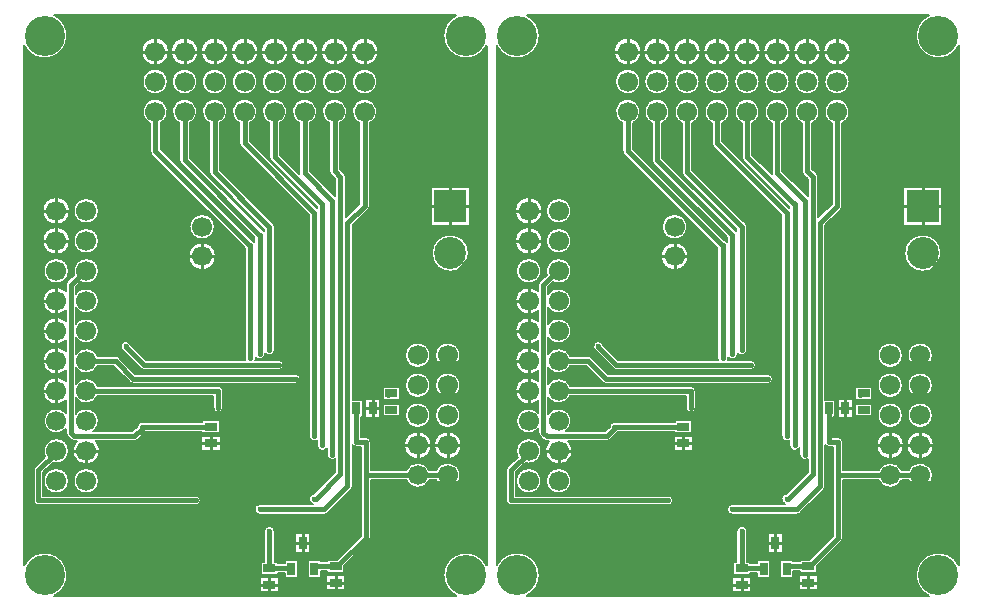
<source format=gbl>
G04 EasyPC Gerber Version 21.0.3 Build 4286 *
G04 #@! TF.Part,Single*
G04 #@! TF.FileFunction,Copper,L2,Bot *
G04 #@! TF.FilePolarity,Positive *
%FSLAX45Y45*%
%MOIN*%
G04 #@! TA.AperFunction,SMDPad*
%ADD25R,0.02559X0.03937*%
%ADD114R,0.02559X0.04134*%
G04 #@! TA.AperFunction,ComponentPad*
%ADD95R,0.10630X0.10630*%
G04 #@! TD.AperFunction*
%ADD70C,0.00500*%
%ADD71C,0.01000*%
%ADD78C,0.01500*%
%ADD22C,0.01575*%
G04 #@! TA.AperFunction,ViaPad*
%ADD77C,0.02362*%
G04 #@! TA.AperFunction,ComponentPad*
%ADD74C,0.06693*%
%ADD96C,0.10630*%
G04 #@! TA.AperFunction,WasherPad*
%ADD91C,0.13386*%
G04 #@! TA.AperFunction,SMDPad*
%ADD26R,0.03937X0.02559*%
X0Y0D02*
D02*
D70*
X178726Y197191D02*
G75*
G02X164331Y200476I-6823J3286D01*
G01*
G75*
G02X168618Y207299I7573*
G01*
X34700*
G75*
G02X38987Y200476I-3286J-6823*
G01*
G75*
G02X24608Y197155I-7573*
G01*
Y23956*
G75*
G02X38987Y20634I6806J-3322*
G01*
G75*
G02X34700Y13811I-7573*
G01*
X168618*
G75*
G02X164331Y20634I3286J6823*
G01*
G75*
G02X178726Y23920I7573*
G01*
Y197191*
X114772Y87687D02*
G75*
G02X116791Y86057I351J-1630D01*
G01*
G75*
G02X114772Y84427I-1667*
G01*
X61028*
G75*
G02X59874Y84906J1630*
G01*
X54317Y90463*
X49189*
G75*
G02X41762Y89765I-3900J1630*
G01*
Y84420*
G75*
G02X49189Y83722I3528J-2328*
G01*
X89315*
G75*
G02X90945Y82093J-1630*
G01*
Y76863*
G75*
G02X90982Y76511I-1630J-351*
G01*
G75*
G02X87648I-1667*
G01*
G75*
G02X87685Y76863I1667*
G01*
Y80463*
X49189*
G75*
G02X41762Y79765I-3900J1630*
G01*
Y74420*
G75*
G02X49516Y72093I3528J-2328*
G01*
G75*
G02X47715Y68632I-4226J0*
G01*
X60707*
X62262Y70187*
G75*
G02X63892Y71781I1630J-36*
G01*
X84035*
Y72311*
X89732*
Y67992*
X84035*
Y68522*
X65187*
G75*
G02X65043Y68358I-1296J992*
G01*
X62536Y65851*
G75*
G02X61382Y65372I-1154J1151*
G01*
X48510*
G75*
G02X45289Y57496I-3220J-3280*
G01*
G75*
G02X42069Y65372J4596*
G01*
X41287*
G75*
G02X40131Y65850I-4J1630*
G01*
X38980Y67001*
G75*
G02X38502Y68154I1152J1153*
G01*
G75*
G02Y68157I1008J2*
G01*
Y69346*
G75*
G02X31063Y72093I-3213J2746*
G01*
G75*
G02X38502Y74839I4226*
G01*
Y78805*
G75*
G02X30693Y82093I-3213J3287*
G01*
G75*
G02X38502Y85380I4596*
G01*
Y88805*
G75*
G02X30693Y92093I-3213J3287*
G01*
G75*
G02X38502Y95380I4596*
G01*
Y98805*
G75*
G02X30693Y102093I-3213J3287*
G01*
G75*
G02X38502Y105380I4596*
G01*
Y108805*
G75*
G02X30693Y112093I-3213J3287*
G01*
G75*
G02X38502Y115380I4596*
G01*
Y117425*
G75*
G02X38981Y118579I1630*
G01*
X41250Y120848*
G75*
G02X45289Y126319I4039J1244*
G01*
G75*
G02Y117866J-4226*
G01*
G75*
G02X43350Y118338I0J4226*
G01*
X41762Y116750*
Y114420*
G75*
G02X49516Y112093I3528J-2328*
G01*
G75*
G02X41762Y109765I-4226*
G01*
Y104420*
G75*
G02X49516Y102093I3528J-2328*
G01*
G75*
G02X41762Y99765I-4226*
G01*
Y94420*
G75*
G02X49189Y93722I3528J-2328*
G01*
X55161*
G75*
G02X56663Y92727J-1630*
G01*
X61703Y87687*
X114772*
X161889Y55580D02*
G75*
G02X170015Y53950I3900J-1630D01*
G01*
G75*
G02X161889Y52320I-4226*
G01*
X159689*
G75*
G02X151889I-3900J1630*
G01*
X140079*
Y33134*
G75*
G02X139600Y31980I-1630*
G01*
X131327Y23707*
Y21516*
X125630*
Y22045*
X123404*
Y19783*
X119085*
Y25677*
X123404*
Y25305*
X125630*
Y25835*
X128844*
X136819Y33809*
Y63472*
X135260*
G75*
G02X134114Y63943J1630*
G01*
Y50270*
G75*
G02X133590Y49005I-1787*
G01*
X125903Y41328*
G75*
G02X124639Y40805I-1263J1265*
G01*
X103163*
G75*
G02Y44380J1787*
G01*
X120722*
G75*
G02X120997Y47826I591J1687*
G01*
X128266Y55095*
Y59352*
G75*
G02X125520Y60860I-959J1509*
G01*
Y62988*
G75*
G02X122203Y63913I-1530J925*
G01*
Y65493*
G75*
G02X119560Y67063I-855J1570*
G01*
Y140769*
X96803Y163526*
G75*
G02X96278Y164793I1262J1266*
G01*
Y171358*
G75*
G02X98065Y179414I1787J3830*
G01*
G75*
G02X99852Y171358J-4226*
G01*
Y165533*
X122203Y143183*
Y143388*
G75*
G02X122193Y143398I1237J1247*
G01*
X106803Y158787*
G75*
G02X106278Y160053I1262J1266*
G01*
Y171371*
G75*
G02X108065Y179427I1787J3830*
G01*
G75*
G02X109852Y171371J-4226*
G01*
Y160794*
X116322Y154324*
G75*
G02X116278Y154719I1743J394*
G01*
G75*
G02Y154722I641J2*
G01*
Y171358*
G75*
G02X118065Y179414I1787J3830*
G01*
G75*
G02X119852Y171358J-4226*
G01*
Y155459*
X128266Y147046*
Y152580*
X126811Y154035*
G75*
G02X126287Y155299I1264J1264*
G01*
G75*
G02Y155300I635J0*
G01*
G75*
G02Y155302I641J1*
G01*
Y171354*
G75*
G02X128065Y179414I1778J3834*
G01*
G75*
G02X129862Y171363J-4226*
G01*
Y156040*
X131317Y154585*
G75*
G02X131841Y153321I-1264J-1264*
G01*
G75*
G02Y153320I-635J0*
G01*
G75*
G02Y153318I-641J-1*
G01*
Y140097*
X136278Y144534*
Y171358*
G75*
G02X138065Y179414I1787J3830*
G01*
G75*
G02X139852Y171358J-4226*
G01*
Y143796*
G75*
G02Y143794I-651J-1*
G01*
G75*
G02Y143793I-663J0*
G01*
G75*
G02X139329Y142530I-1787*
G01*
X134114Y137315*
Y79102*
X137419*
Y73406*
X136890*
Y66732*
X138449*
G75*
G02X140079Y65102J-1630*
G01*
Y55580*
X151889*
G75*
G02X159689I3900J-1630*
G01*
X161889*
X138281Y79472D02*
X143341D01*
Y73035*
X138281*
Y79472*
X125260Y20654D02*
X131697D01*
Y15594*
X125260*
Y20654*
X111526Y25677D02*
X115844D01*
Y19783*
X111526*
Y21396*
X109201*
Y20866*
X103504*
Y25185*
X104565*
Y35309*
G75*
G02X108140I1787*
G01*
Y25185*
X109201*
Y24656*
X111526*
Y25677*
X114935Y34709D02*
X119994D01*
Y28075*
X114935*
Y34709*
X103134Y20004D02*
X109571D01*
Y14945*
X103134*
Y20004*
X83665Y67130D02*
X90102D01*
Y62071*
X83665*
Y67130*
X41063Y52093D02*
G75*
G02X49516I4226D01*
G01*
G75*
G02X41063I-4226*
G01*
X81402Y47195D02*
G75*
G02X83421Y45565I351J-1630D01*
G01*
G75*
G02X81402Y43935I-1667*
G01*
X29364*
G75*
G02X27734Y45565J1630*
G01*
Y55565*
G75*
G02X28213Y56719I1630*
G01*
X31573Y60079*
G75*
G02X35289Y66319I3716J2013*
G01*
G75*
G02Y57866J-4226*
G01*
G75*
G02X34132Y58028I0J4227*
G01*
X30994Y54890*
Y47195*
X81402*
X31063Y52093D02*
G75*
G02X39516I4226D01*
G01*
G75*
G02X31063I-4226*
G01*
X41063Y132093D02*
G75*
G02X49516I4226D01*
G01*
G75*
G02X41063I-4226*
G01*
Y142093D02*
G75*
G02X49516I4226D01*
G01*
G75*
G02X41063I-4226*
G01*
X109111Y92333D02*
G75*
G02X111130Y90703I351J-1630D01*
G01*
G75*
G02X109111Y89073I-1667*
G01*
X64492*
G75*
G02X63338Y89552J1630*
G01*
X57337Y95553*
G75*
G02X56860Y96633I1151J1154*
G01*
G75*
G02X60106Y97393I1628J359*
G01*
X65167Y92333*
X98331*
G75*
G02X98226Y92937I1682J604*
G01*
Y129569*
X67016Y160858*
G75*
G02X66494Y162120I1265J1262*
G01*
Y171371*
G75*
G02X68281Y179427I1787J3830*
G01*
G75*
G02X70069Y171371J-4226*
G01*
Y162859*
X100525Y132327*
G75*
G02X101376Y131772I-511J-1713*
G01*
Y133404*
X76806Y157839*
G75*
G02X76278Y159108I1259J1269*
G01*
Y171371*
G75*
G02X78065Y179427I1787J3830*
G01*
G75*
G02X79852Y171371J-4226*
G01*
Y159852*
X104422Y135417*
G75*
G02X104526Y135304I-1259J-1270*
G01*
Y136045*
X104381Y136189*
X86804Y153698*
G75*
G02X86278Y154965I1262J1267*
G01*
Y171358*
G75*
G02X88065Y179414I1787J3830*
G01*
G75*
G02X89852Y171358J-4226*
G01*
Y155707*
X106905Y138721*
G75*
G02X106908Y138718I-621J-624*
G01*
X107576Y138050*
G75*
G02X108100Y136785I-1263J-1265*
G01*
Y95654*
G75*
G02X104950Y94497I-1787*
G01*
Y94285*
G75*
G02X101801Y93128I-1787*
G01*
Y92937*
G75*
G02X101696Y92333I-1787J0*
G01*
X109111*
X79325Y126943D02*
G75*
G02X88518I4596D01*
G01*
G75*
G02X79325I-4596*
G01*
X79695Y136785D02*
G75*
G02X88148I4226D01*
G01*
G75*
G02X79695I-4226*
G01*
X63685Y195201D02*
G75*
G02X72878I4596D01*
G01*
G75*
G02X63685I-4596*
G01*
X64055Y185201D02*
G75*
G02X72508I4226D01*
G01*
G75*
G02X64055I-4226*
G01*
X73469Y195201D02*
G75*
G02X82661I4596D01*
G01*
G75*
G02X73469I-4596*
G01*
X73839Y185201D02*
G75*
G02X82291I4226D01*
G01*
G75*
G02X73839I-4226*
G01*
X83469Y195188D02*
G75*
G02X92661I4596D01*
G01*
G75*
G02X83469I-4596*
G01*
X83839Y185188D02*
G75*
G02X92291I4226D01*
G01*
G75*
G02X83839I-4226*
G01*
X93469Y195188D02*
G75*
G02X102661I4596D01*
G01*
G75*
G02X93469I-4596*
G01*
X93839Y185188D02*
G75*
G02X102291I4226D01*
G01*
G75*
G02X93839I-4226*
G01*
X103469Y195201D02*
G75*
G02X112661I4596D01*
G01*
G75*
G02X103469I-4596*
G01*
X103839Y185201D02*
G75*
G02X112291I4226D01*
G01*
G75*
G02X103839I-4226*
G01*
X113469Y195188D02*
G75*
G02X122661I4596D01*
G01*
G75*
G02X113469I-4596*
G01*
X113839Y185188D02*
G75*
G02X122291I4226D01*
G01*
G75*
G02X113839I-4226*
G01*
X123469Y195188D02*
G75*
G02X132661I4596D01*
G01*
G75*
G02X123469I-4596*
G01*
X123839Y185188D02*
G75*
G02X132291I4226D01*
G01*
G75*
G02X123839I-4226*
G01*
X133469Y195188D02*
G75*
G02X142661I4596D01*
G01*
G75*
G02X133469I-4596*
G01*
X133839Y185188D02*
G75*
G02X142291I4226D01*
G01*
G75*
G02X133839I-4226*
G01*
X144124Y77862D02*
X149821D01*
Y73543*
X144124*
Y77862*
Y83413D02*
X149821D01*
Y79094*
X144124*
Y83413*
X151193Y63950D02*
G75*
G02X160385I4596D01*
G01*
G75*
G02X151193I-4596*
G01*
X151563Y73950D02*
G75*
G02X160015I4226D01*
G01*
G75*
G02X151563I-4226*
G01*
Y83950D02*
G75*
G02X160015I4226D01*
G01*
G75*
G02X151563I-4226*
G01*
Y93950D02*
G75*
G02X160015I4226D01*
G01*
G75*
G02X151563I-4226*
G01*
X160093Y150132D02*
X173222D01*
Y137002*
X160093*
Y150132*
X160463Y127976D02*
G75*
G02X172852I6195D01*
G01*
G75*
G02X160463I-6195*
G01*
X161193Y63950D02*
G75*
G02X170385I4596D01*
G01*
G75*
G02X161193I-4596*
G01*
X161563Y73950D02*
G75*
G02X170015I4226D01*
G01*
G75*
G02X161563I-4226*
G01*
Y83950D02*
G75*
G02X170015I4226D01*
G01*
G75*
G02X161563I-4226*
G01*
Y93950D02*
G75*
G02X170015I4226D01*
G01*
G75*
G02X161563I-4226*
G01*
X30693Y132093D02*
G75*
G02X39886I4596D01*
G01*
G75*
G02X30693I-4596*
G01*
X31063Y122093D02*
G75*
G02X39516I4226D01*
G01*
G75*
G02X31063I-4226*
G01*
X30693Y142093D02*
G75*
G02X39886I4596D01*
G01*
G75*
G02X30693I-4596*
G01*
X164759Y18124D02*
G36*
X131697D01*
Y15594*
X125260*
Y18124*
X109571*
Y14945*
X103134*
Y18124*
X38559*
G75*
G02X35175Y14061I-7145J2510*
G01*
X168143*
G75*
G02X164759Y18124I3761J6573*
G01*
G37*
X178476Y24395D02*
G36*
Y28440D01*
X136060*
X131327Y23707*
Y21516*
X125630*
Y22045*
X123404*
Y19783*
X119085*
Y25677*
X123404*
Y25305*
X125630*
Y25835*
X128844*
X131450Y28440*
X119994*
Y28075*
X114935*
Y28440*
X108140*
Y25185*
X109201*
Y24656*
X111526*
Y25677*
X115844*
Y19783*
X111526*
Y21396*
X109201*
Y20866*
X103504*
Y25185*
X104565*
Y28440*
X24858*
Y24425*
G75*
G02X38987Y20634I6556J-3791*
G01*
G75*
G02X38559Y18124I-7573*
G01*
X103134*
Y20004*
X109571*
Y18124*
X125260*
Y20654*
X131697*
Y18124*
X164759*
G75*
G02X164331Y20634I7145J2510*
G01*
G75*
G02X178476Y24395I7573*
G01*
G37*
X136819Y52093D02*
G36*
X134114D01*
Y50270*
G75*
G02Y50269I-2148J0*
G01*
G75*
G02X133590Y49005I-1785*
G01*
X125903Y41328*
G75*
G02X124639Y40805I-1263J1265*
G01*
X103163*
G75*
G02X101376Y42593J1787*
G01*
G75*
G02X103163Y44380I1787*
G01*
X120722*
G75*
G02X119526Y46067I591J1687*
G01*
G75*
G02X120997Y47826I1787*
G01*
X125263Y52093*
X49516*
G75*
G02X41063I-4226*
G01*
X39516*
G75*
G02X31063I-4226*
G01*
X30994*
Y47195*
X81402*
G75*
G02X83421Y45565I352J-1630*
G01*
Y45565*
Y45565*
G75*
G02X81402Y43935I-1667*
G01*
X29364*
G75*
G02X27734Y45565J1630*
G01*
Y52093*
X24858*
Y28440*
X104565*
Y35309*
G75*
G02X108140I1787*
G01*
Y28440*
X114935*
Y34709*
X119994*
Y28440*
X131450*
X136819Y33809*
Y52093*
G37*
X169585D02*
G36*
G75*
G02X161993I-3796J1857D01*
G01*
X159585*
G75*
G02X151993I-3796J1858*
G01*
X140079*
Y33134*
Y33133*
G75*
G02X139600Y31980I-1629*
G01*
X136060Y28440*
X178476*
Y52093*
X169585*
G37*
X31887Y64600D02*
G36*
X24858D01*
Y52093*
X27734*
Y55565*
Y55565*
G75*
G02X28213Y56719I1629*
G01*
X31573Y60079*
G75*
G02X31063Y62093I3715J2014*
G01*
G75*
G02X31887Y64600I4226*
G01*
G37*
X122203D02*
G36*
X90102D01*
Y62071*
X83665*
Y64600*
X49141*
G75*
G02X49886Y62093I-3852J-2508*
G01*
G75*
G02X45289Y57496I-4596*
G01*
G75*
G02X40693Y62093J4596*
G01*
G75*
G02X41437Y64600I4597*
G01*
X38691*
G75*
G02X39516Y62093I-3402J-2508*
G01*
G75*
G02X35289Y57866I-4226*
G01*
G75*
G02X34132Y58028I0J4232*
G01*
X30994Y54890*
Y52093*
X31063*
G75*
G02X39516I4226*
G01*
X41063*
G75*
G02X49516I4226*
G01*
X125263*
X128266Y55095*
Y59352*
G75*
G02X125520Y60860I-959J1509*
G01*
Y62988*
G75*
G02X122203Y63913I-1530J925*
G01*
Y64600*
G37*
X136819Y52093D02*
G36*
Y63472D01*
X135260*
G75*
G02X134114Y63943I-1J1628*
G01*
Y52093*
X136819*
G37*
X151993D02*
G36*
G75*
G02X151889Y52320I3796J1855D01*
G01*
X140079*
Y52093*
X151993*
G37*
X169585D02*
G36*
X178476D01*
Y64600*
X170339*
G75*
G02X170385Y63950I-4551J-649*
G01*
G75*
G02X161193I-4596*
G01*
G75*
G02X161239Y64600I4597J1*
G01*
X160339*
G75*
G02X160385Y63950I-4551J-649*
G01*
G75*
G02X151193I-4596*
G01*
G75*
G02X151239Y64600I4597J1*
G01*
X140079*
Y55580*
X151889*
G75*
G02X159689I3900J-1630*
G01*
X161889*
G75*
G02X170015Y53951I3900J-1630*
G01*
Y53950*
Y53950*
G75*
G02X169585Y52093I-4226J0*
G01*
G37*
X161993D02*
G36*
G75*
G02X161889Y52320I3796J1855D01*
G01*
X159689*
G75*
G02X159585Y52093I-3900J1627*
G01*
X161993*
G37*
X41437Y64600D02*
G36*
G75*
G02X42069Y65372I3852J-2508D01*
G01*
X41287*
G75*
G02X40131Y65850I-4J1629*
G01*
X38980Y67001*
G75*
G02X38502Y68153I1151J1152*
G01*
Y68154*
Y68154*
Y68157*
Y69346*
G75*
G02X31063Y72092I-3213J2746*
G01*
Y72093*
Y72093*
G75*
G02X34550Y76254I4226*
G01*
X24858*
Y64600*
X31887*
G75*
G02X35289Y66319I3402J-2508*
G01*
G75*
G02X38691Y64600J-4226*
G01*
X41437*
G37*
X38502Y76254D02*
G36*
X36028D01*
G75*
G02X38502Y74839I-739J-4161*
G01*
Y76254*
G37*
X44550D02*
G36*
X41762D01*
Y74420*
G75*
G02X44550Y76254I3528J-2328*
G01*
G37*
X122203Y64600D02*
G36*
Y65493D01*
G75*
G02X119560Y67062I-856J1569*
G01*
Y67063*
Y76254*
X90962*
G75*
G02X87668I-1647J257*
G01*
X46028*
G75*
G02X49516Y72093I-739J-4161*
G01*
G75*
G02X47715Y68632I-4228J1*
G01*
X60707*
X62262Y70187*
G75*
G02X63892Y71781I1630J-36*
G01*
X84035*
Y72311*
X89732*
Y67992*
X84035*
Y68522*
X65187*
G75*
G02X65043Y68358I-1352J1041*
G01*
X62536Y65851*
G75*
G02X61382Y65372I-1154J1150*
G01*
X48510*
G75*
G02X49141Y64600I-3220J-3280*
G01*
X83665*
Y67130*
X90102*
Y64600*
X122203*
G37*
X149821Y76254D02*
G36*
Y73543D01*
X144124*
Y76254*
X143341*
Y73035*
X138281*
Y76254*
X137419*
Y73406*
X136890*
Y66732*
X138449*
G75*
G02X140079Y65102J-1630*
G01*
Y64600*
X151239*
G75*
G02X160339I4550J-650*
G01*
X161239*
G75*
G02X170339I4550J-650*
G01*
X178476*
Y76254*
X169332*
G75*
G02X170015Y73950I-3543J-2304*
G01*
G75*
G02X161563I-4226*
G01*
G75*
G02X162246Y76254I4226J0*
G01*
X159332*
G75*
G02X160015Y73950I-3543J-2304*
G01*
G75*
G02X151563I-4226*
G01*
G75*
G02X152246Y76254I4226J0*
G01*
X149821*
G37*
X30770Y81254D02*
G36*
X24858D01*
Y76254*
X34550*
G75*
G02X36028I739J-4161*
G01*
X38502*
Y78805*
G75*
G02X30770Y81254I-3213J3287*
G01*
G37*
X87668Y76254D02*
G36*
G75*
G02X87648Y76511I1647J258D01*
G01*
G75*
G02X87685Y76863I1677J-1*
G01*
Y80463*
X49189*
G75*
G02X41762Y79765I-3900J1630*
G01*
Y76254*
X44550*
G75*
G02X46028I739J-4161*
G01*
X87668*
G37*
X119560D02*
G36*
Y81254D01*
X90945*
Y76863*
G75*
G02X90982Y76511I-1639J-352*
G01*
G75*
G02X90962Y76254I-1667J0*
G01*
X119560*
G37*
X169043Y81254D02*
G36*
G75*
G02X162535I-3254J2696D01*
G01*
X159043*
G75*
G02X152535I-3254J2696*
G01*
X149821*
Y79094*
X144124*
Y81254*
X134114*
Y79102*
X137419*
Y76254*
X138281*
Y79472*
X143341*
Y76254*
X144124*
Y77862*
X149821*
Y76254*
X152246*
G75*
G02X159332I3543J-2304*
G01*
X162246*
G75*
G02X169332I3543J-2304*
G01*
X178476*
Y81254*
X169043*
G37*
X30770D02*
G36*
G75*
G02X30693Y82092I4519J839D01*
G01*
Y82093*
G75*
G02X38502Y85380I4596J0*
G01*
Y88805*
G75*
G02X30696Y91907I-3213J3287*
G01*
X24858*
Y81254*
X30770*
G37*
X119560Y91907D02*
G36*
X110615D01*
G75*
G02X111130Y90703I-1152J-1204*
G01*
Y90703*
Y90702*
G75*
G02X109111Y89073I-1667*
G01*
X64492*
G75*
G02X63338Y89552I0J1629*
G01*
X60982Y91907*
X57482*
X61703Y87687*
X114772*
G75*
G02X116791Y86057I352J-1630*
G01*
Y86057*
Y86057*
G75*
G02X114772Y84427I-1667*
G01*
X61028*
G75*
G02X59874Y84906I0J1629*
G01*
X54317Y90463*
X49189*
G75*
G02X41762Y89765I-3900J1630*
G01*
Y84420*
G75*
G02X49189Y83722I3528J-2328*
G01*
X89315*
G75*
G02X90945Y82093J-1630*
G01*
Y81254*
X119560*
Y91907*
G37*
X169489D02*
G36*
G75*
G02X162089I-3700J2043D01*
G01*
X159489*
G75*
G02X152089I-3700J2043*
G01*
X134114*
Y81254*
X144124*
Y83413*
X149821*
Y81254*
X152535*
G75*
G02X151563Y83950I3254J2696*
G01*
G75*
G02X160015I4226*
G01*
G75*
G02X159043Y81254I-4226*
G01*
X162535*
G75*
G02X161563Y83950I3254J2696*
G01*
G75*
G02X170015I4226*
G01*
G75*
G02X169043Y81254I-4226*
G01*
X178476*
Y91907*
X169489*
G37*
X30696D02*
G36*
G75*
G02X30693Y92092I4593J180D01*
G01*
Y92093*
G75*
G02X38502Y95380I4596J0*
G01*
Y98805*
G75*
G02X30693Y102092I-3213J3287*
G01*
Y102093*
G75*
G02X38502Y105380I4596J0*
G01*
Y108805*
G75*
G02X30693Y112092I-3213J3287*
G01*
Y112093*
G75*
G02X38502Y115380I4596J0*
G01*
Y117425*
Y117426*
G75*
G02X38981Y118579I1629*
G01*
X41250Y120848*
G75*
G02X41063Y122093I4039J1244*
G01*
X39516*
G75*
G02X31063I-4226*
G01*
X24858*
Y91907*
X30696*
G37*
X60982D02*
G36*
X57337Y95553D01*
G75*
G02X56860Y96633I1154J1155*
G01*
G75*
G02X56821Y96992I1629J359*
G01*
G75*
G02X60106Y97393I1667*
G01*
X65167Y92333*
X98331*
G75*
G02X98226Y92936I1678J603*
G01*
G75*
G02Y92937I1991J1*
G01*
Y122093*
X49516*
G75*
G02X45289Y117866I-4226*
G01*
G75*
G02X43350Y118338I1J4228*
G01*
X41762Y116750*
Y114420*
G75*
G02X49516Y112093I3528J-2328*
G01*
G75*
G02X41762Y109765I-4226*
G01*
Y104420*
G75*
G02X49516Y102093I3528J-2328*
G01*
G75*
G02X41762Y99765I-4226*
G01*
Y94420*
G75*
G02X49189Y93722I3528J-2328*
G01*
X55161*
G75*
G02X56663Y92727I0J-1631*
G01*
X57482Y91907*
X60982*
G37*
X119560Y122093D02*
G36*
X108100D01*
Y95654*
G75*
G02X104950Y94497I-1787*
G01*
Y94285*
G75*
G02X101801Y93128I-1787*
G01*
Y92937*
G75*
G02Y92936I-1991J0*
G01*
G75*
G02X101696Y92333I-1783*
G01*
X109111*
G75*
G02X110615Y91907I351J-1630*
G01*
X119560*
Y122093*
G37*
X168596D02*
G36*
G75*
G02X164719I-1938J5884D01*
G01*
X134114*
Y91907*
X152089*
G75*
G02X151563Y93950I3700J2043*
G01*
G75*
G02X160015I4226*
G01*
G75*
G02X159489Y91907I-4226J0*
G01*
X162089*
G75*
G02X161563Y93950I3700J2043*
G01*
G75*
G02X170015I4226*
G01*
G75*
G02X169489Y91907I-4226J0*
G01*
X178476*
Y122093*
X168596*
G37*
X98226Y126943D02*
G36*
X88518D01*
G75*
G02X79325I-4596*
G01*
X24858*
Y122093*
X31063*
G75*
G02X39516I4226*
G01*
X41063*
G75*
G02X45289Y126319I4226*
G01*
G75*
G02X49516Y122093J-4226*
G01*
X98226*
Y126943*
G37*
X119560D02*
G36*
X108100D01*
Y122093*
X119560*
Y126943*
G37*
X160550D02*
G36*
X134114D01*
Y122093*
X164719*
G75*
G02X160550Y126943I1939J5884*
G01*
G37*
X172765D02*
G36*
G75*
G02X168596Y122093I-6108J1033D01*
G01*
X178476*
Y126943*
X172765*
G37*
X98226D02*
G36*
Y129569D01*
X95709Y132093*
X49516*
G75*
G02X41063I-4226*
G01*
X39886*
G75*
G02X30693I-4596*
G01*
X24858*
Y126943*
X79325*
G75*
G02X88518I4596*
G01*
X98226*
G37*
X101376Y132093D02*
G36*
X101019D01*
G75*
G02X101376Y131772I-1004J-1476*
G01*
Y132093*
G37*
X119560D02*
G36*
X108100D01*
Y126943*
X119560*
Y132093*
G37*
X160550Y126943D02*
G36*
G75*
G02X160463Y127976I6108J1035D01*
G01*
G75*
G02X162028Y132093I6195J0*
G01*
X134114*
Y126943*
X160550*
G37*
X172765D02*
G36*
X178476D01*
Y132093*
X171287*
G75*
G02X172852Y127976I-4630J-4117*
G01*
G75*
G02X172765Y126943I-6195J1*
G01*
G37*
X95709Y132093D02*
G36*
X91028Y136785D01*
X88148*
G75*
G02X79695I-4226*
G01*
X24858*
Y132093*
X30693*
G75*
G02X39886I4596*
G01*
X41063*
G75*
G02X49516I4226*
G01*
X95709*
G37*
X101376D02*
G36*
Y133404D01*
X97976Y136785*
X96078*
X100525Y132327*
G75*
G02X101019Y132093I-509J-1710*
G01*
X101376*
G37*
X103783Y136785D02*
G36*
X103045D01*
X104422Y135417*
G75*
G02X104526Y135304I-1345J-1350*
G01*
Y136045*
X104381Y136189*
X103783Y136785*
G37*
X119560D02*
G36*
X108100D01*
Y132093*
X119560*
Y136785*
G37*
X134114D02*
G36*
Y132093D01*
X162028*
G75*
G02X171287I4630J-4116*
G01*
X178476*
Y136785*
X134114*
G37*
X91028D02*
G36*
X85735Y142093D01*
X49516*
G75*
G02X41063I-4226*
G01*
X39886*
G75*
G02X30693I-4596*
G01*
X24858*
Y136785*
X79695*
G75*
G02X88148I4226*
G01*
X91028*
G37*
X97976D02*
G36*
X92640Y142093D01*
X90784*
X96078Y136785*
X97976*
G37*
X103783D02*
G36*
X98455Y142093D01*
X97709*
X103045Y136785*
X103783*
G37*
X119560D02*
G36*
Y140769D01*
X118237Y142093*
X103520*
X106905Y138721*
X106908Y138718*
X107576Y138050*
G75*
G02X108100Y136785I-1263J-1264*
G01*
X119560*
G37*
X133836Y142093D02*
G36*
X131841D01*
Y140097*
X133836Y142093*
G37*
X173222D02*
G36*
Y137002D01*
X160093*
Y142093*
X138892*
X134114Y137315*
Y136785*
X178476*
Y142093*
X173222*
G37*
X138892D02*
G36*
X160093D01*
Y150132*
X173222*
Y142093*
X178476*
Y185201*
X142291*
G75*
G02Y185188I-4230J-6*
G01*
G75*
G02X133839I-4226*
G01*
G75*
G02Y185201I4230J7*
G01*
X132291*
G75*
G02Y185188I-4230J-6*
G01*
G75*
G02X123839I-4226*
G01*
G75*
G02Y185201I4230J7*
G01*
X122291*
G75*
G02Y185188I-4230J-6*
G01*
G75*
G02X113839I-4226*
G01*
G75*
G02Y185201I4230J7*
G01*
X112291*
G75*
G02X103839I-4226*
G01*
X102291*
G75*
G02Y185188I-4230J-6*
G01*
G75*
G02X93839I-4226*
G01*
G75*
G02Y185201I4230J7*
G01*
X92291*
G75*
G02Y185188I-4230J-6*
G01*
G75*
G02X83839I-4226*
G01*
G75*
G02Y185201I4230J7*
G01*
X82291*
G75*
G02X73839I-4226*
G01*
X72508*
G75*
G02X64055I-4226*
G01*
X24858*
Y142093*
X30693*
G75*
G02X39886I4596*
G01*
X41063*
G75*
G02X49516I4226*
G01*
X85735*
X67016Y160858*
G75*
G02X66494Y162120I1266J1263*
G01*
Y171371*
G75*
G02X64055Y175201I1788J3830*
G01*
G75*
G02X68281Y179427I4226*
G01*
G75*
G02X72508Y175201J-4226*
G01*
G75*
G02X70069Y171371I-4227*
G01*
Y162859*
X90784Y142093*
X92640*
X76806Y157839*
G75*
G02X76278Y159108I1257J1269*
G01*
Y159108*
Y171371*
G75*
G02X73839Y175201I1788J3830*
G01*
G75*
G02X78065Y179427I4226*
G01*
G75*
G02X82291Y175201J-4226*
G01*
G75*
G02X79852Y171371I-4227*
G01*
Y159852*
X97709Y142093*
X98455*
X86804Y153698*
G75*
G02X86278Y154964I1260J1266*
G01*
G75*
G02Y154965I1961J0*
G01*
Y171358*
G75*
G02X83839Y175188I1788J3830*
G01*
G75*
G02X88065Y179414I4226*
G01*
G75*
G02X92291Y175188J-4226*
G01*
G75*
G02X89852Y171358I-4227*
G01*
Y155707*
X103520Y142093*
X118237*
X96803Y163526*
G75*
G02X96278Y164793I1262J1266*
G01*
Y171358*
G75*
G02X93839Y175188I1788J3830*
G01*
G75*
G02X98065Y179414I4226*
G01*
G75*
G02X102291Y175188J-4226*
G01*
G75*
G02X99852Y171358I-4227*
G01*
Y165533*
X122203Y143183*
Y143388*
G75*
G02X122193Y143398I57J67*
G01*
X106803Y158787*
G75*
G02X106278Y160053I1262J1266*
G01*
Y171371*
G75*
G02X103839Y175201I1788J3830*
G01*
G75*
G02X108065Y179427I4226*
G01*
G75*
G02X112291Y175201J-4226*
G01*
G75*
G02X109852Y171371I-4227*
G01*
Y160794*
X116322Y154324*
G75*
G02X116278Y154718I1731J393*
G01*
G75*
G02Y154719I1556J0*
G01*
Y154719*
Y154722*
Y171358*
G75*
G02X113839Y175188I1788J3830*
G01*
G75*
G02X118065Y179414I4226*
G01*
G75*
G02X122291Y175188J-4226*
G01*
G75*
G02X119852Y171358I-4227*
G01*
Y155459*
X128266Y147046*
Y152580*
X126811Y154035*
G75*
G02X126287Y155299I1265J1265*
G01*
Y155300*
Y155302*
Y171354*
G75*
G02X123839Y175188I1778J3834*
G01*
G75*
G02X128065Y179414I4226*
G01*
G75*
G02X132291Y175188J-4226*
G01*
G75*
G02X129862Y171363I-4226*
G01*
Y156040*
X131317Y154585*
G75*
G02X131841Y153321I-1265J-1265*
G01*
Y153320*
Y153318*
Y142093*
X133836*
X136278Y144534*
Y171358*
G75*
G02X133839Y175188I1788J3830*
G01*
G75*
G02X138065Y179414I4226*
G01*
G75*
G02X142291Y175188J-4226*
G01*
G75*
G02X139852Y171358I-4227*
G01*
Y143796*
Y143794*
Y143793*
G75*
G02X139329Y142530I-1789J1*
G01*
X138892Y142093*
G37*
X166470Y195201D02*
G36*
X142661D01*
G75*
G02Y195188I-4624J-6*
G01*
G75*
G02X133469I-4596*
G01*
G75*
G02Y195201I4624J7*
G01*
X132661*
G75*
G02Y195188I-4624J-6*
G01*
G75*
G02X123469I-4596*
G01*
G75*
G02Y195201I4624J7*
G01*
X122661*
G75*
G02Y195188I-4624J-6*
G01*
G75*
G02X113469I-4596*
G01*
G75*
G02Y195201I4624J7*
G01*
X112661*
G75*
G02X103469I-4596*
G01*
X102661*
G75*
G02Y195188I-4624J-6*
G01*
G75*
G02X93469I-4596*
G01*
G75*
G02Y195201I4624J7*
G01*
X92661*
G75*
G02Y195188I-4624J-6*
G01*
G75*
G02X83469I-4596*
G01*
G75*
G02Y195201I4624J7*
G01*
X82661*
G75*
G02X73469I-4596*
G01*
X72878*
G75*
G02X63685I-4596*
G01*
X36846*
G75*
G02X25981I-5433J5276*
G01*
X24858*
Y185201*
X64055*
G75*
G02X72508I4226*
G01*
X73839*
G75*
G02X82291I4226*
G01*
X83839*
G75*
G02X92291I4226J-13*
G01*
X93839*
G75*
G02X102291I4226J-13*
G01*
X103839*
G75*
G02X112291I4226*
G01*
X113839*
G75*
G02X122291I4226J-13*
G01*
X123839*
G75*
G02X132291I4226J-13*
G01*
X133839*
G75*
G02X142291I4226J-13*
G01*
X178476*
Y195201*
X177337*
G75*
G02X166470I-5433J5276*
G01*
G37*
X25981D02*
G36*
G75*
G02X24858Y196685I5433J5276D01*
G01*
Y195201*
X25981*
G37*
X168143Y207049D02*
G36*
X35175D01*
G75*
G02X38987Y200476I-3761J-6573*
G01*
G75*
G02X36846Y195201I-7573J0*
G01*
X63685*
G75*
G02X72878I4596*
G01*
X73469*
G75*
G02X82661I4596*
G01*
X83469*
G75*
G02X92661I4596J-13*
G01*
X93469*
G75*
G02X102661I4596J-13*
G01*
X103469*
G75*
G02X112661I4596*
G01*
X113469*
G75*
G02X122661I4596J-13*
G01*
X123469*
G75*
G02X132661I4596J-13*
G01*
X133469*
G75*
G02X142661I4596J-13*
G01*
X166470*
G75*
G02X164331Y200476I5433J5276*
G01*
G75*
G02X168143Y207049I7573*
G01*
G37*
X178476Y196715D02*
G36*
G75*
G02X177337Y195201I-6573J3761D01*
G01*
X178476*
Y196715*
G37*
X336207Y197191D02*
G75*
G02X321811Y200476I-6823J3286D01*
G01*
G75*
G02X326098Y207299I7573*
G01*
X192180*
G75*
G02X196467Y200476I-3286J-6823*
G01*
G75*
G02X182089Y197155I-7573*
G01*
Y23956*
G75*
G02X196467Y20634I6806J-3322*
G01*
G75*
G02X192180Y13811I-7573*
G01*
X326098*
G75*
G02X321811Y20634I3286J6823*
G01*
G75*
G02X336207Y23920I7573*
G01*
Y197191*
X272253Y87687D02*
G75*
G02X274271Y86057I351J-1630D01*
G01*
G75*
G02X272253Y84427I-1667*
G01*
X218508*
G75*
G02X217354Y84906J1630*
G01*
X211797Y90463*
X206669*
G75*
G02X199242Y89765I-3900J1630*
G01*
Y84420*
G75*
G02X206669Y83722I3528J-2328*
G01*
X246795*
G75*
G02X248425Y82093J-1630*
G01*
Y76863*
G75*
G02X248463Y76511I-1630J-351*
G01*
G75*
G02X245128I-1667*
G01*
G75*
G02X245165Y76863I1667*
G01*
Y80463*
X206669*
G75*
G02X199242Y79765I-3900J1630*
G01*
Y74420*
G75*
G02X206996Y72093I3528J-2328*
G01*
G75*
G02X205196Y68632I-4226J0*
G01*
X218187*
X219743Y70187*
G75*
G02X221372Y71781I1630J-36*
G01*
X241516*
Y72311*
X247213*
Y67992*
X241516*
Y68522*
X222667*
G75*
G02X222523Y68358I-1296J992*
G01*
X220016Y65851*
G75*
G02X218862Y65372I-1154J1151*
G01*
X205990*
G75*
G02X202770Y57496I-3220J-3280*
G01*
G75*
G02X199549Y65372J4596*
G01*
X198768*
G75*
G02X197611Y65850I-4J1630*
G01*
X196460Y67001*
G75*
G02X195982Y68154I1152J1153*
G01*
G75*
G02Y68157I1008J2*
G01*
Y69346*
G75*
G02X188543Y72093I-3213J2746*
G01*
G75*
G02X195982Y74839I4226*
G01*
Y78805*
G75*
G02X188173Y82093I-3213J3287*
G01*
G75*
G02X195982Y85380I4596*
G01*
Y88805*
G75*
G02X188173Y92093I-3213J3287*
G01*
G75*
G02X195982Y95380I4596*
G01*
Y98805*
G75*
G02X188173Y102093I-3213J3287*
G01*
G75*
G02X195982Y105380I4596*
G01*
Y108805*
G75*
G02X188173Y112093I-3213J3287*
G01*
G75*
G02X195982Y115380I4596*
G01*
Y117425*
G75*
G02X196461Y118579I1630*
G01*
X198731Y120848*
G75*
G02X202770Y126319I4039J1244*
G01*
G75*
G02Y117866J-4226*
G01*
G75*
G02X200830Y118338I0J4226*
G01*
X199242Y116750*
Y114420*
G75*
G02X206996Y112093I3528J-2328*
G01*
G75*
G02X199242Y109765I-4226*
G01*
Y104420*
G75*
G02X206996Y102093I3528J-2328*
G01*
G75*
G02X199242Y99765I-4226*
G01*
Y94420*
G75*
G02X206669Y93722I3528J-2328*
G01*
X212642*
G75*
G02X214143Y92727J-1630*
G01*
X219183Y87687*
X272253*
X319370Y55580D02*
G75*
G02X327496Y53950I3900J-1630D01*
G01*
G75*
G02X319370Y52320I-4226*
G01*
X317169*
G75*
G02X309370I-3900J1630*
G01*
X297559*
Y33134*
G75*
G02X297080Y31980I-1630*
G01*
X288807Y23707*
Y21516*
X283110*
Y22045*
X280884*
Y19783*
X276565*
Y25677*
X280884*
Y25305*
X283110*
Y25835*
X286325*
X294299Y33809*
Y63472*
X292740*
G75*
G02X291594Y63943J1630*
G01*
Y50270*
G75*
G02X291070Y49005I-1787*
G01*
X283383Y41328*
G75*
G02X282119Y40805I-1263J1265*
G01*
X260643*
G75*
G02Y44380J1787*
G01*
X278203*
G75*
G02X278478Y47826I591J1687*
G01*
X285746Y55095*
Y59352*
G75*
G02X283000Y60860I-959J1509*
G01*
Y62988*
G75*
G02X279683Y63913I-1530J925*
G01*
Y65493*
G75*
G02X277041Y67063I-855J1570*
G01*
Y140769*
X254283Y163526*
G75*
G02X253758Y164793I1262J1266*
G01*
Y171358*
G75*
G02X255545Y179414I1787J3830*
G01*
G75*
G02X257333Y171358J-4226*
G01*
Y165533*
X279683Y143183*
Y143388*
G75*
G02X279673Y143398I1237J1247*
G01*
X264283Y158787*
G75*
G02X263758Y160053I1262J1266*
G01*
Y171371*
G75*
G02X265545Y179427I1787J3830*
G01*
G75*
G02X267333Y171371J-4226*
G01*
Y160794*
X273802Y154324*
G75*
G02X273758Y154719I1743J394*
G01*
G75*
G02Y154722I641J2*
G01*
Y171358*
G75*
G02X275545Y179414I1787J3830*
G01*
G75*
G02X277333Y171358J-4226*
G01*
Y155459*
X285746Y147046*
Y152580*
X284291Y154035*
G75*
G02X283768Y155299I1264J1264*
G01*
G75*
G02Y155300I635J0*
G01*
G75*
G02Y155302I641J1*
G01*
Y171354*
G75*
G02X285545Y179414I1778J3834*
G01*
G75*
G02X287343Y171363J-4226*
G01*
Y156040*
X288797Y154585*
G75*
G02X289321Y153321I-1264J-1264*
G01*
G75*
G02Y153320I-635J0*
G01*
G75*
G02Y153318I-641J-1*
G01*
Y140097*
X293758Y144534*
Y171358*
G75*
G02X295545Y179414I1787J3830*
G01*
G75*
G02X297333Y171358J-4226*
G01*
Y143796*
G75*
G02Y143794I-651J-1*
G01*
G75*
G02Y143793I-663J0*
G01*
G75*
G02X296809Y142530I-1787*
G01*
X291594Y137315*
Y79102*
X294900*
Y73406*
X294370*
Y66732*
X295929*
G75*
G02X297559Y65102J-1630*
G01*
Y55580*
X309370*
G75*
G02X317169I3900J-1630*
G01*
X319370*
X295762Y79472D02*
X300821D01*
Y73035*
X295762*
Y79472*
X282740Y20654D02*
X289177D01*
Y15594*
X282740*
Y20654*
X269006Y25677D02*
X273325D01*
Y19783*
X269006*
Y21396*
X266681*
Y20866*
X260984*
Y25185*
X262045*
Y35309*
G75*
G02X265620I1787*
G01*
Y25185*
X266681*
Y24656*
X269006*
Y25677*
X272415Y34709D02*
X277474D01*
Y28075*
X272415*
Y34709*
X260614Y20004D02*
X267051D01*
Y14945*
X260614*
Y20004*
X241146Y67130D02*
X247583D01*
Y62071*
X241146*
Y67130*
X198543Y52093D02*
G75*
G02X206996I4226D01*
G01*
G75*
G02X198543I-4226*
G01*
X238883Y47195D02*
G75*
G02X240901Y45565I351J-1630D01*
G01*
G75*
G02X238883Y43935I-1667*
G01*
X186844*
G75*
G02X185215Y45565J1630*
G01*
Y55565*
G75*
G02X185693Y56719I1630*
G01*
X189054Y60079*
G75*
G02X192770Y66319I3716J2013*
G01*
G75*
G02Y57866J-4226*
G01*
G75*
G02X191612Y58028I0J4227*
G01*
X188474Y54890*
Y47195*
X238883*
X188543Y52093D02*
G75*
G02X196996I4226D01*
G01*
G75*
G02X188543I-4226*
G01*
X198543Y132093D02*
G75*
G02X206996I4226D01*
G01*
G75*
G02X198543I-4226*
G01*
Y142093D02*
G75*
G02X206996I4226D01*
G01*
G75*
G02X198543I-4226*
G01*
X266591Y92333D02*
G75*
G02X268610Y90703I351J-1630D01*
G01*
G75*
G02X266591Y89073I-1667*
G01*
X221972*
G75*
G02X220819Y89552J1630*
G01*
X214817Y95553*
G75*
G02X214340Y96633I1151J1154*
G01*
G75*
G02X217587Y97393I1628J359*
G01*
X222648Y92333*
X255812*
G75*
G02X255707Y92937I1682J604*
G01*
Y129569*
X224496Y160858*
G75*
G02X223974Y162120I1265J1262*
G01*
Y171371*
G75*
G02X225762Y179427I1787J3830*
G01*
G75*
G02X227549Y171371J-4226*
G01*
Y162859*
X258005Y132327*
G75*
G02X258856Y131772I-511J-1713*
G01*
Y133404*
X234287Y157839*
G75*
G02X233758Y159108I1259J1269*
G01*
Y171371*
G75*
G02X235545Y179427I1787J3830*
G01*
G75*
G02X237333Y171371J-4226*
G01*
Y159852*
X261902Y135417*
G75*
G02X262006Y135304I-1259J-1270*
G01*
Y136045*
X261861Y136189*
X244284Y153698*
G75*
G02X243758Y154965I1262J1267*
G01*
Y171358*
G75*
G02X245545Y179414I1787J3830*
G01*
G75*
G02X247333Y171358J-4226*
G01*
Y155707*
X264385Y138721*
G75*
G02X264388Y138718I-621J-624*
G01*
X265057Y138050*
G75*
G02X265581Y136785I-1263J-1265*
G01*
Y95654*
G75*
G02X262431Y94497I-1787*
G01*
Y94285*
G75*
G02X259281Y93128I-1787*
G01*
Y92937*
G75*
G02X259176Y92333I-1787J0*
G01*
X266591*
X236805Y126943D02*
G75*
G02X245998I4596D01*
G01*
G75*
G02X236805I-4596*
G01*
X237175Y136785D02*
G75*
G02X245628I4226D01*
G01*
G75*
G02X237175I-4226*
G01*
X221165Y195201D02*
G75*
G02X230358I4596D01*
G01*
G75*
G02X221165I-4596*
G01*
X221535Y185201D02*
G75*
G02X229988I4226D01*
G01*
G75*
G02X221535I-4226*
G01*
X230949Y195201D02*
G75*
G02X240142I4596D01*
G01*
G75*
G02X230949I-4596*
G01*
X231319Y185201D02*
G75*
G02X239772I4226D01*
G01*
G75*
G02X231319I-4226*
G01*
X240949Y195188D02*
G75*
G02X250142I4596D01*
G01*
G75*
G02X240949I-4596*
G01*
X241319Y185188D02*
G75*
G02X249772I4226D01*
G01*
G75*
G02X241319I-4226*
G01*
X250949Y195188D02*
G75*
G02X260142I4596D01*
G01*
G75*
G02X250949I-4596*
G01*
X251319Y185188D02*
G75*
G02X259772I4226D01*
G01*
G75*
G02X251319I-4226*
G01*
X260949Y195201D02*
G75*
G02X270142I4596D01*
G01*
G75*
G02X260949I-4596*
G01*
X261319Y185201D02*
G75*
G02X269772I4226D01*
G01*
G75*
G02X261319I-4226*
G01*
X270949Y195188D02*
G75*
G02X280142I4596D01*
G01*
G75*
G02X270949I-4596*
G01*
X271319Y185188D02*
G75*
G02X279772I4226D01*
G01*
G75*
G02X271319I-4226*
G01*
X280949Y195188D02*
G75*
G02X290142I4596D01*
G01*
G75*
G02X280949I-4596*
G01*
X281319Y185188D02*
G75*
G02X289772I4226D01*
G01*
G75*
G02X281319I-4226*
G01*
X290949Y195188D02*
G75*
G02X300142I4596D01*
G01*
G75*
G02X290949I-4596*
G01*
X291319Y185188D02*
G75*
G02X299772I4226D01*
G01*
G75*
G02X291319I-4226*
G01*
X301604Y77862D02*
X307301D01*
Y73543*
X301604*
Y77862*
Y83413D02*
X307301D01*
Y79094*
X301604*
Y83413*
X308673Y63950D02*
G75*
G02X317866I4596D01*
G01*
G75*
G02X308673I-4596*
G01*
X309043Y73950D02*
G75*
G02X317496I4226D01*
G01*
G75*
G02X309043I-4226*
G01*
Y83950D02*
G75*
G02X317496I4226D01*
G01*
G75*
G02X309043I-4226*
G01*
Y93950D02*
G75*
G02X317496I4226D01*
G01*
G75*
G02X309043I-4226*
G01*
X317573Y150132D02*
X330703D01*
Y137002*
X317573*
Y150132*
X317943Y127976D02*
G75*
G02X330333I6195D01*
G01*
G75*
G02X317943I-6195*
G01*
X318673Y63950D02*
G75*
G02X327866I4596D01*
G01*
G75*
G02X318673I-4596*
G01*
X319043Y73950D02*
G75*
G02X327496I4226D01*
G01*
G75*
G02X319043I-4226*
G01*
Y83950D02*
G75*
G02X327496I4226D01*
G01*
G75*
G02X319043I-4226*
G01*
Y93950D02*
G75*
G02X327496I4226D01*
G01*
G75*
G02X319043I-4226*
G01*
X188173Y132093D02*
G75*
G02X197366I4596D01*
G01*
G75*
G02X188173I-4596*
G01*
X188543Y122093D02*
G75*
G02X196996I4226D01*
G01*
G75*
G02X188543I-4226*
G01*
X188173Y142093D02*
G75*
G02X197366I4596D01*
G01*
G75*
G02X188173I-4596*
G01*
X322239Y18124D02*
G36*
X289177D01*
Y15594*
X282740*
Y18124*
X267051*
Y14945*
X260614*
Y18124*
X196039*
G75*
G02X192655Y14061I-7145J2510*
G01*
X325623*
G75*
G02X322239Y18124I3761J6573*
G01*
G37*
X335957Y24395D02*
G36*
Y28440D01*
X293540*
X288807Y23707*
Y21516*
X283110*
Y22045*
X280884*
Y19783*
X276565*
Y25677*
X280884*
Y25305*
X283110*
Y25835*
X286325*
X288930Y28440*
X277474*
Y28075*
X272415*
Y28440*
X265620*
Y25185*
X266681*
Y24656*
X269006*
Y25677*
X273325*
Y19783*
X269006*
Y21396*
X266681*
Y20866*
X260984*
Y25185*
X262045*
Y28440*
X182339*
Y24425*
G75*
G02X196467Y20634I6556J-3791*
G01*
G75*
G02X196039Y18124I-7573*
G01*
X260614*
Y20004*
X267051*
Y18124*
X282740*
Y20654*
X289177*
Y18124*
X322239*
G75*
G02X321811Y20634I7145J2510*
G01*
G75*
G02X335957Y24395I7573*
G01*
G37*
X294299Y52093D02*
G36*
X291594D01*
Y50270*
G75*
G02Y50269I-2148J0*
G01*
G75*
G02X291070Y49005I-1785*
G01*
X283383Y41328*
G75*
G02X282119Y40805I-1263J1265*
G01*
X260643*
G75*
G02X258856Y42593J1787*
G01*
G75*
G02X260643Y44380I1787*
G01*
X278203*
G75*
G02X277006Y46067I591J1687*
G01*
G75*
G02X278478Y47826I1787*
G01*
X282744Y52093*
X206996*
G75*
G02X198543I-4226*
G01*
X196996*
G75*
G02X188543I-4226*
G01*
X188474*
Y47195*
X238883*
G75*
G02X240901Y45565I352J-1630*
G01*
Y45565*
Y45565*
G75*
G02X238883Y43935I-1667*
G01*
X186844*
G75*
G02X185215Y45565J1630*
G01*
Y52093*
X182339*
Y28440*
X262045*
Y35309*
G75*
G02X265620I1787*
G01*
Y28440*
X272415*
Y34709*
X277474*
Y28440*
X288930*
X294299Y33809*
Y52093*
G37*
X327065D02*
G36*
G75*
G02X319473I-3796J1857D01*
G01*
X317066*
G75*
G02X309473I-3796J1858*
G01*
X297559*
Y33134*
Y33133*
G75*
G02X297080Y31980I-1629*
G01*
X293540Y28440*
X335957*
Y52093*
X327065*
G37*
X189367Y64600D02*
G36*
X182339D01*
Y52093*
X185215*
Y55565*
Y55565*
G75*
G02X185693Y56719I1629*
G01*
X189054Y60079*
G75*
G02X188543Y62093I3715J2014*
G01*
G75*
G02X189367Y64600I4226*
G01*
G37*
X279683D02*
G36*
X247583D01*
Y62071*
X241146*
Y64600*
X206622*
G75*
G02X207366Y62093I-3852J-2508*
G01*
G75*
G02X202770Y57496I-4596*
G01*
G75*
G02X198173Y62093J4596*
G01*
G75*
G02X198918Y64600I4597*
G01*
X196172*
G75*
G02X196996Y62093I-3402J-2508*
G01*
G75*
G02X192770Y57866I-4226*
G01*
G75*
G02X191612Y58028I0J4232*
G01*
X188474Y54890*
Y52093*
X188543*
G75*
G02X196996I4226*
G01*
X198543*
G75*
G02X206996I4226*
G01*
X282744*
X285746Y55095*
Y59352*
G75*
G02X283000Y60860I-959J1509*
G01*
Y62988*
G75*
G02X279683Y63913I-1530J925*
G01*
Y64600*
G37*
X294299Y52093D02*
G36*
Y63472D01*
X292740*
G75*
G02X291594Y63943I-1J1628*
G01*
Y52093*
X294299*
G37*
X309473D02*
G36*
G75*
G02X309370Y52320I3796J1855D01*
G01*
X297559*
Y52093*
X309473*
G37*
X327065D02*
G36*
X335957D01*
Y64600*
X327820*
G75*
G02X327866Y63950I-4551J-649*
G01*
G75*
G02X318673I-4596*
G01*
G75*
G02X318719Y64600I4597J1*
G01*
X317820*
G75*
G02X317866Y63950I-4551J-649*
G01*
G75*
G02X308673I-4596*
G01*
G75*
G02X308719Y64600I4597J1*
G01*
X297559*
Y55580*
X309370*
G75*
G02X317169I3900J-1630*
G01*
X319370*
G75*
G02X327496Y53951I3900J-1630*
G01*
Y53950*
Y53950*
G75*
G02X327065Y52093I-4226J0*
G01*
G37*
X319473D02*
G36*
G75*
G02X319370Y52320I3796J1855D01*
G01*
X317169*
G75*
G02X317066Y52093I-3900J1627*
G01*
X319473*
G37*
X198918Y64600D02*
G36*
G75*
G02X199549Y65372I3852J-2508D01*
G01*
X198768*
G75*
G02X197611Y65850I-4J1629*
G01*
X196460Y67001*
G75*
G02X195982Y68153I1151J1152*
G01*
Y68154*
Y68154*
Y68157*
Y69346*
G75*
G02X188543Y72092I-3213J2746*
G01*
Y72093*
Y72093*
G75*
G02X192031Y76254I4226*
G01*
X182339*
Y64600*
X189367*
G75*
G02X192770Y66319I3402J-2508*
G01*
G75*
G02X196172Y64600J-4226*
G01*
X198918*
G37*
X195982Y76254D02*
G36*
X193508D01*
G75*
G02X195982Y74839I-739J-4161*
G01*
Y76254*
G37*
X202031D02*
G36*
X199242D01*
Y74420*
G75*
G02X202031Y76254I3528J-2328*
G01*
G37*
X279683Y64600D02*
G36*
Y65493D01*
G75*
G02X277041Y67062I-856J1569*
G01*
Y67063*
Y76254*
X248443*
G75*
G02X245148I-1647J257*
G01*
X203509*
G75*
G02X206996Y72093I-739J-4161*
G01*
G75*
G02X205196Y68632I-4228J1*
G01*
X218187*
X219743Y70187*
G75*
G02X221372Y71781I1630J-36*
G01*
X241516*
Y72311*
X247213*
Y67992*
X241516*
Y68522*
X222667*
G75*
G02X222523Y68358I-1352J1041*
G01*
X220016Y65851*
G75*
G02X218862Y65372I-1154J1150*
G01*
X205990*
G75*
G02X206622Y64600I-3220J-3280*
G01*
X241146*
Y67130*
X247583*
Y64600*
X279683*
G37*
X307301Y76254D02*
G36*
Y73543D01*
X301604*
Y76254*
X300821*
Y73035*
X295762*
Y76254*
X294900*
Y73406*
X294370*
Y66732*
X295929*
G75*
G02X297559Y65102J-1630*
G01*
Y64600*
X308719*
G75*
G02X317820I4550J-650*
G01*
X318719*
G75*
G02X327820I4550J-650*
G01*
X335957*
Y76254*
X326813*
G75*
G02X327496Y73950I-3543J-2304*
G01*
G75*
G02X319043I-4226*
G01*
G75*
G02X319726Y76254I4226J0*
G01*
X316813*
G75*
G02X317496Y73950I-3543J-2304*
G01*
G75*
G02X309043I-4226*
G01*
G75*
G02X309726Y76254I4226J0*
G01*
X307301*
G37*
X188250Y81254D02*
G36*
X182339D01*
Y76254*
X192031*
G75*
G02X193508I739J-4161*
G01*
X195982*
Y78805*
G75*
G02X188250Y81254I-3213J3287*
G01*
G37*
X245148Y76254D02*
G36*
G75*
G02X245128Y76511I1647J258D01*
G01*
G75*
G02X245165Y76863I1677J-1*
G01*
Y80463*
X206669*
G75*
G02X199242Y79765I-3900J1630*
G01*
Y76254*
X202031*
G75*
G02X203509I739J-4161*
G01*
X245148*
G37*
X277041D02*
G36*
Y81254D01*
X248425*
Y76863*
G75*
G02X248463Y76511I-1639J-352*
G01*
G75*
G02X248443Y76254I-1667J0*
G01*
X277041*
G37*
X326524Y81254D02*
G36*
G75*
G02X320015I-3254J2696D01*
G01*
X316524*
G75*
G02X310015I-3254J2696*
G01*
X307301*
Y79094*
X301604*
Y81254*
X291594*
Y79102*
X294900*
Y76254*
X295762*
Y79472*
X300821*
Y76254*
X301604*
Y77862*
X307301*
Y76254*
X309726*
G75*
G02X316813I3543J-2304*
G01*
X319726*
G75*
G02X326813I3543J-2304*
G01*
X335957*
Y81254*
X326524*
G37*
X188250D02*
G36*
G75*
G02X188173Y82092I4519J839D01*
G01*
Y82093*
G75*
G02X195982Y85380I4596J0*
G01*
Y88805*
G75*
G02X188177Y91907I-3213J3287*
G01*
X182339*
Y81254*
X188250*
G37*
X277041Y91907D02*
G36*
X268095D01*
G75*
G02X268610Y90703I-1152J-1204*
G01*
Y90703*
Y90702*
G75*
G02X266591Y89073I-1667*
G01*
X221972*
G75*
G02X220819Y89552I0J1629*
G01*
X218463Y91907*
X214963*
X219183Y87687*
X272253*
G75*
G02X274271Y86057I352J-1630*
G01*
Y86057*
Y86057*
G75*
G02X272253Y84427I-1667*
G01*
X218508*
G75*
G02X217354Y84906I0J1629*
G01*
X211797Y90463*
X206669*
G75*
G02X199242Y89765I-3900J1630*
G01*
Y84420*
G75*
G02X206669Y83722I3528J-2328*
G01*
X246795*
G75*
G02X248425Y82093J-1630*
G01*
Y81254*
X277041*
Y91907*
G37*
X326969D02*
G36*
G75*
G02X319569I-3700J2043D01*
G01*
X316969*
G75*
G02X309569I-3700J2043*
G01*
X291594*
Y81254*
X301604*
Y83413*
X307301*
Y81254*
X310015*
G75*
G02X309043Y83950I3254J2696*
G01*
G75*
G02X317496I4226*
G01*
G75*
G02X316524Y81254I-4226*
G01*
X320015*
G75*
G02X319043Y83950I3254J2696*
G01*
G75*
G02X327496I4226*
G01*
G75*
G02X326524Y81254I-4226*
G01*
X335957*
Y91907*
X326969*
G37*
X188177D02*
G36*
G75*
G02X188173Y92092I4593J180D01*
G01*
Y92093*
G75*
G02X195982Y95380I4596J0*
G01*
Y98805*
G75*
G02X188173Y102092I-3213J3287*
G01*
Y102093*
G75*
G02X195982Y105380I4596J0*
G01*
Y108805*
G75*
G02X188173Y112092I-3213J3287*
G01*
Y112093*
G75*
G02X195982Y115380I4596J0*
G01*
Y117425*
Y117426*
G75*
G02X196461Y118579I1629*
G01*
X198731Y120848*
G75*
G02X198543Y122093I4039J1244*
G01*
X196996*
G75*
G02X188543I-4226*
G01*
X182339*
Y91907*
X188177*
G37*
X218463D02*
G36*
X214817Y95553D01*
G75*
G02X214340Y96633I1154J1155*
G01*
G75*
G02X214301Y96992I1629J359*
G01*
G75*
G02X217587Y97393I1667*
G01*
X222648Y92333*
X255812*
G75*
G02X255707Y92936I1678J603*
G01*
G75*
G02Y92937I1991J1*
G01*
Y122093*
X206996*
G75*
G02X202770Y117866I-4226*
G01*
G75*
G02X200830Y118338I1J4228*
G01*
X199242Y116750*
Y114420*
G75*
G02X206996Y112093I3528J-2328*
G01*
G75*
G02X199242Y109765I-4226*
G01*
Y104420*
G75*
G02X206996Y102093I3528J-2328*
G01*
G75*
G02X199242Y99765I-4226*
G01*
Y94420*
G75*
G02X206669Y93722I3528J-2328*
G01*
X212642*
G75*
G02X214143Y92727I0J-1631*
G01*
X214963Y91907*
X218463*
G37*
X277041Y122093D02*
G36*
X265581D01*
Y95654*
G75*
G02X262431Y94497I-1787*
G01*
Y94285*
G75*
G02X259281Y93128I-1787*
G01*
Y92937*
G75*
G02Y92936I-1991J0*
G01*
G75*
G02X259176Y92333I-1783*
G01*
X266591*
G75*
G02X268095Y91907I351J-1630*
G01*
X277041*
Y122093*
G37*
X326076D02*
G36*
G75*
G02X322200I-1938J5884D01*
G01*
X291594*
Y91907*
X309569*
G75*
G02X309043Y93950I3700J2043*
G01*
G75*
G02X317496I4226*
G01*
G75*
G02X316969Y91907I-4226J0*
G01*
X319569*
G75*
G02X319043Y93950I3700J2043*
G01*
G75*
G02X327496I4226*
G01*
G75*
G02X326969Y91907I-4226J0*
G01*
X335957*
Y122093*
X326076*
G37*
X255707Y126943D02*
G36*
X245998D01*
G75*
G02X236805I-4596*
G01*
X182339*
Y122093*
X188543*
G75*
G02X196996I4226*
G01*
X198543*
G75*
G02X202770Y126319I4226*
G01*
G75*
G02X206996Y122093J-4226*
G01*
X255707*
Y126943*
G37*
X277041D02*
G36*
X265581D01*
Y122093*
X277041*
Y126943*
G37*
X318030D02*
G36*
X291594D01*
Y122093*
X322200*
G75*
G02X318030Y126943I1939J5884*
G01*
G37*
X330246D02*
G36*
G75*
G02X326076Y122093I-6108J1033D01*
G01*
X335957*
Y126943*
X330246*
G37*
X255707D02*
G36*
Y129569D01*
X253190Y132093*
X206996*
G75*
G02X198543I-4226*
G01*
X197366*
G75*
G02X188173I-4596*
G01*
X182339*
Y126943*
X236805*
G75*
G02X245998I4596*
G01*
X255707*
G37*
X258856Y132093D02*
G36*
X258499D01*
G75*
G02X258856Y131772I-1004J-1476*
G01*
Y132093*
G37*
X277041D02*
G36*
X265581D01*
Y126943*
X277041*
Y132093*
G37*
X318030Y126943D02*
G36*
G75*
G02X317943Y127976I6108J1035D01*
G01*
G75*
G02X319508Y132093I6195J0*
G01*
X291594*
Y126943*
X318030*
G37*
X330246D02*
G36*
X335957D01*
Y132093*
X328767*
G75*
G02X330333Y127976I-4630J-4117*
G01*
G75*
G02X330246Y126943I-6195J1*
G01*
G37*
X253190Y132093D02*
G36*
X248509Y136785D01*
X245628*
G75*
G02X237175I-4226*
G01*
X182339*
Y132093*
X188173*
G75*
G02X197366I4596*
G01*
X198543*
G75*
G02X206996I4226*
G01*
X253190*
G37*
X258856D02*
G36*
Y133404D01*
X255456Y136785*
X253558*
X258005Y132327*
G75*
G02X258499Y132093I-509J-1710*
G01*
X258856*
G37*
X261263Y136785D02*
G36*
X260526D01*
X261902Y135417*
G75*
G02X262006Y135304I-1345J-1350*
G01*
Y136045*
X261861Y136189*
X261263Y136785*
G37*
X277041D02*
G36*
X265581D01*
Y132093*
X277041*
Y136785*
G37*
X291594D02*
G36*
Y132093D01*
X319508*
G75*
G02X328767I4630J-4116*
G01*
X335957*
Y136785*
X291594*
G37*
X248509D02*
G36*
X243215Y142093D01*
X206996*
G75*
G02X198543I-4226*
G01*
X197366*
G75*
G02X188173I-4596*
G01*
X182339*
Y136785*
X237175*
G75*
G02X245628I4226*
G01*
X248509*
G37*
X255456D02*
G36*
X250120Y142093D01*
X248264*
X253558Y136785*
X255456*
G37*
X261263D02*
G36*
X255935Y142093D01*
X255189*
X260526Y136785*
X261263*
G37*
X277041D02*
G36*
Y140769D01*
X275717Y142093*
X261000*
X264385Y138721*
X264388Y138718*
X265057Y138050*
G75*
G02X265581Y136785I-1263J-1264*
G01*
X277041*
G37*
X291317Y142093D02*
G36*
X289321D01*
Y140097*
X291317Y142093*
G37*
X330703D02*
G36*
Y137002D01*
X317573*
Y142093*
X296372*
X291594Y137315*
Y136785*
X335957*
Y142093*
X330703*
G37*
X296372D02*
G36*
X317573D01*
Y150132*
X330703*
Y142093*
X335957*
Y185201*
X299772*
G75*
G02Y185188I-4230J-6*
G01*
G75*
G02X291319I-4226*
G01*
G75*
G02Y185201I4230J7*
G01*
X289772*
G75*
G02Y185188I-4230J-6*
G01*
G75*
G02X281319I-4226*
G01*
G75*
G02Y185201I4230J7*
G01*
X279772*
G75*
G02Y185188I-4230J-6*
G01*
G75*
G02X271319I-4226*
G01*
G75*
G02Y185201I4230J7*
G01*
X269772*
G75*
G02X261319I-4226*
G01*
X259772*
G75*
G02Y185188I-4230J-6*
G01*
G75*
G02X251319I-4226*
G01*
G75*
G02Y185201I4230J7*
G01*
X249772*
G75*
G02Y185188I-4230J-6*
G01*
G75*
G02X241319I-4226*
G01*
G75*
G02Y185201I4230J7*
G01*
X239772*
G75*
G02X231319I-4226*
G01*
X229988*
G75*
G02X221535I-4226*
G01*
X182339*
Y142093*
X188173*
G75*
G02X197366I4596*
G01*
X198543*
G75*
G02X206996I4226*
G01*
X243215*
X224496Y160858*
G75*
G02X223974Y162120I1266J1263*
G01*
Y171371*
G75*
G02X221535Y175201I1788J3830*
G01*
G75*
G02X225762Y179427I4226*
G01*
G75*
G02X229988Y175201J-4226*
G01*
G75*
G02X227549Y171371I-4227*
G01*
Y162859*
X248264Y142093*
X250120*
X234287Y157839*
G75*
G02X233758Y159108I1257J1269*
G01*
Y159108*
Y171371*
G75*
G02X231319Y175201I1788J3830*
G01*
G75*
G02X235545Y179427I4226*
G01*
G75*
G02X239772Y175201J-4226*
G01*
G75*
G02X237333Y171371I-4227*
G01*
Y159852*
X255189Y142093*
X255935*
X244284Y153698*
G75*
G02X243758Y154964I1260J1266*
G01*
G75*
G02Y154965I1961J0*
G01*
Y171358*
G75*
G02X241319Y175188I1788J3830*
G01*
G75*
G02X245545Y179414I4226*
G01*
G75*
G02X249772Y175188J-4226*
G01*
G75*
G02X247333Y171358I-4227*
G01*
Y155707*
X261000Y142093*
X275717*
X254283Y163526*
G75*
G02X253758Y164793I1262J1266*
G01*
Y171358*
G75*
G02X251319Y175188I1788J3830*
G01*
G75*
G02X255545Y179414I4226*
G01*
G75*
G02X259772Y175188J-4226*
G01*
G75*
G02X257333Y171358I-4227*
G01*
Y165533*
X279683Y143183*
Y143388*
G75*
G02X279673Y143398I57J67*
G01*
X264283Y158787*
G75*
G02X263758Y160053I1262J1266*
G01*
Y171371*
G75*
G02X261319Y175201I1788J3830*
G01*
G75*
G02X265545Y179427I4226*
G01*
G75*
G02X269772Y175201J-4226*
G01*
G75*
G02X267333Y171371I-4227*
G01*
Y160794*
X273802Y154324*
G75*
G02X273758Y154718I1731J393*
G01*
G75*
G02Y154719I1556J0*
G01*
Y154719*
Y154722*
Y171358*
G75*
G02X271319Y175188I1788J3830*
G01*
G75*
G02X275545Y179414I4226*
G01*
G75*
G02X279772Y175188J-4226*
G01*
G75*
G02X277333Y171358I-4227*
G01*
Y155459*
X285746Y147046*
Y152580*
X284291Y154035*
G75*
G02X283768Y155299I1265J1265*
G01*
Y155300*
Y155302*
Y171354*
G75*
G02X281319Y175188I1778J3834*
G01*
G75*
G02X285545Y179414I4226*
G01*
G75*
G02X289772Y175188J-4226*
G01*
G75*
G02X287343Y171363I-4226*
G01*
Y156040*
X288797Y154585*
G75*
G02X289321Y153321I-1265J-1265*
G01*
Y153320*
Y153318*
Y142093*
X291317*
X293758Y144534*
Y171358*
G75*
G02X291319Y175188I1788J3830*
G01*
G75*
G02X295545Y179414I4226*
G01*
G75*
G02X299772Y175188J-4226*
G01*
G75*
G02X297333Y171358I-4227*
G01*
Y143796*
Y143794*
Y143793*
G75*
G02X296809Y142530I-1789J1*
G01*
X296372Y142093*
G37*
X323951Y195201D02*
G36*
X300142D01*
G75*
G02Y195188I-4624J-6*
G01*
G75*
G02X290949I-4596*
G01*
G75*
G02Y195201I4624J7*
G01*
X290142*
G75*
G02Y195188I-4624J-6*
G01*
G75*
G02X280949I-4596*
G01*
G75*
G02Y195201I4624J7*
G01*
X280142*
G75*
G02Y195188I-4624J-6*
G01*
G75*
G02X270949I-4596*
G01*
G75*
G02Y195201I4624J7*
G01*
X270142*
G75*
G02X260949I-4596*
G01*
X260142*
G75*
G02Y195188I-4624J-6*
G01*
G75*
G02X250949I-4596*
G01*
G75*
G02Y195201I4624J7*
G01*
X250142*
G75*
G02Y195188I-4624J-6*
G01*
G75*
G02X240949I-4596*
G01*
G75*
G02Y195201I4624J7*
G01*
X240142*
G75*
G02X230949I-4596*
G01*
X230358*
G75*
G02X221165I-4596*
G01*
X194327*
G75*
G02X183461I-5433J5276*
G01*
X182339*
Y185201*
X221535*
G75*
G02X229988I4226*
G01*
X231319*
G75*
G02X239772I4226*
G01*
X241319*
G75*
G02X249772I4226J-13*
G01*
X251319*
G75*
G02X259772I4226J-13*
G01*
X261319*
G75*
G02X269772I4226*
G01*
X271319*
G75*
G02X279772I4226J-13*
G01*
X281319*
G75*
G02X289772I4226J-13*
G01*
X291319*
G75*
G02X299772I4226J-13*
G01*
X335957*
Y195201*
X334817*
G75*
G02X323951I-5433J5276*
G01*
G37*
X183461D02*
G36*
G75*
G02X182339Y196685I5433J5276D01*
G01*
Y195201*
X183461*
G37*
X325623Y207049D02*
G36*
X192655D01*
G75*
G02X196467Y200476I-3761J-6573*
G01*
G75*
G02X194327Y195201I-7573J0*
G01*
X221165*
G75*
G02X230358I4596*
G01*
X230949*
G75*
G02X240142I4596*
G01*
X240949*
G75*
G02X250142I4596J-13*
G01*
X250949*
G75*
G02X260142I4596J-13*
G01*
X260949*
G75*
G02X270142I4596*
G01*
X270949*
G75*
G02X280142I4596J-13*
G01*
X280949*
G75*
G02X290142I4596J-13*
G01*
X290949*
G75*
G02X300142I4596J-13*
G01*
X323951*
G75*
G02X321811Y200476I5433J5276*
G01*
G75*
G02X325623Y207049I7573*
G01*
G37*
X335957Y196715D02*
G36*
G75*
G02X334817Y195201I-6573J3761D01*
G01*
X335957*
Y196715*
G37*
D02*
D71*
X32443Y82093D02*
X30443D01*
X32443Y92093D02*
X30443D01*
X32443Y102093D02*
X30443D01*
X32443Y112093D02*
X30443D01*
X32443Y132093D02*
X30443D01*
X32443Y142093D02*
X30443D01*
X35289Y79246D02*
Y77246D01*
Y84939D02*
Y86939D01*
Y89246D02*
Y87246D01*
Y94939D02*
Y96939D01*
Y99246D02*
Y97246D01*
Y104939D02*
Y106939D01*
Y109246D02*
Y107246D01*
Y114939D02*
Y116939D01*
Y129246D02*
Y127246D01*
Y134939D02*
Y136939D01*
Y139246D02*
Y137246D01*
Y144939D02*
Y146939D01*
X38136Y132093D02*
X40136D01*
X38136Y142093D02*
X40136D01*
X42443Y62093D02*
X40443D01*
X45289Y59246D02*
Y57246D01*
X48136Y62093D02*
X50136D01*
X65435Y195201D02*
X63435D01*
X68281Y192354D02*
Y190354D01*
Y198047D02*
Y200047D01*
X71128Y195201D02*
X73128D01*
X75219D02*
X73219D01*
X78065Y192354D02*
Y190354D01*
Y198047D02*
Y200047D01*
X80911Y195201D02*
X82911D01*
X81075Y126943D02*
X79075D01*
X83921Y124096D02*
Y122096D01*
Y129789D02*
Y131789D01*
X85219Y195188D02*
X83219D01*
X85415Y64600D02*
X83415D01*
X86768Y126943D02*
X88768D01*
X86884Y63821D02*
Y61821D01*
Y65380D02*
Y67380D01*
X88065Y192341D02*
Y190341D01*
Y198034D02*
Y200034D01*
X88352Y64600D02*
X90352D01*
X90911Y195188D02*
X92911D01*
X95219D02*
X93219D01*
X98065Y192341D02*
Y190341D01*
Y198034D02*
Y200034D01*
X100911Y195188D02*
X102911D01*
X104884Y17474D02*
X102884D01*
X105219Y195201D02*
X103219D01*
X106352Y16695D02*
Y14695D01*
Y18254D02*
Y20254D01*
X107821Y17474D02*
X109821D01*
X108065Y192354D02*
Y190354D01*
Y198047D02*
Y200047D01*
X110911Y195201D02*
X112911D01*
X115219Y195188D02*
X113219D01*
X116685Y31392D02*
X114685D01*
X117465Y29825D02*
Y27825D01*
Y32959D02*
Y34959D01*
X118065Y192341D02*
Y190341D01*
Y198034D02*
Y200034D01*
X118244Y31392D02*
X120244D01*
X120911Y195188D02*
X122911D01*
X125219D02*
X123219D01*
X127010Y18124D02*
X125010D01*
X128065Y192341D02*
Y190341D01*
Y198034D02*
Y200034D01*
X128478Y17344D02*
Y15344D01*
Y18904D02*
Y20904D01*
X129947Y18124D02*
X131947D01*
X130911Y195188D02*
X132911D01*
X135219D02*
X133219D01*
X138065Y192341D02*
Y190341D01*
Y198034D02*
Y200034D01*
X140031Y76254D02*
X138031D01*
X140811Y74785D02*
Y72785D01*
Y77722D02*
Y79722D01*
X140911Y195188D02*
X142911D01*
X141591Y76254D02*
X143591D01*
X152943Y63950D02*
X150943D01*
X155789Y61104D02*
Y59104D01*
Y66797D02*
Y68797D01*
X158635Y63950D02*
X160635D01*
X161843Y143567D02*
X159843D01*
X162943Y63950D02*
X160943D01*
X165789Y61104D02*
Y59104D01*
Y66797D02*
Y68797D01*
X166657Y138752D02*
Y136752D01*
Y148382D02*
Y150382D01*
X168635Y63950D02*
X170635D01*
X171472Y143567D02*
X173472D01*
X189923Y82093D02*
X187923D01*
X189923Y92093D02*
X187923D01*
X189923Y102093D02*
X187923D01*
X189923Y112093D02*
X187923D01*
X189923Y132093D02*
X187923D01*
X189923Y142093D02*
X187923D01*
X192770Y79246D02*
Y77246D01*
Y84939D02*
Y86939D01*
Y89246D02*
Y87246D01*
Y94939D02*
Y96939D01*
Y99246D02*
Y97246D01*
Y104939D02*
Y106939D01*
Y109246D02*
Y107246D01*
Y114939D02*
Y116939D01*
Y129246D02*
Y127246D01*
Y134939D02*
Y136939D01*
Y139246D02*
Y137246D01*
Y144939D02*
Y146939D01*
X195616Y132093D02*
X197616D01*
X195616Y142093D02*
X197616D01*
X199923Y62093D02*
X197923D01*
X202770Y59246D02*
Y57246D01*
X205616Y62093D02*
X207616D01*
X222915Y195201D02*
X220915D01*
X225762Y192354D02*
Y190354D01*
Y198047D02*
Y200047D01*
X228608Y195201D02*
X230608D01*
X232699D02*
X230699D01*
X235545Y192354D02*
Y190354D01*
Y198047D02*
Y200047D01*
X238392Y195201D02*
X240392D01*
X238555Y126943D02*
X236555D01*
X241402Y124096D02*
Y122096D01*
Y129789D02*
Y131789D01*
X242699Y195188D02*
X240699D01*
X242896Y64600D02*
X240896D01*
X244248Y126943D02*
X246248D01*
X244364Y63821D02*
Y61821D01*
Y65380D02*
Y67380D01*
X245545Y192341D02*
Y190341D01*
Y198034D02*
Y200034D01*
X245833Y64600D02*
X247833D01*
X248392Y195188D02*
X250392D01*
X252699D02*
X250699D01*
X255545Y192341D02*
Y190341D01*
Y198034D02*
Y200034D01*
X258392Y195188D02*
X260392D01*
X262364Y17474D02*
X260364D01*
X262699Y195201D02*
X260699D01*
X263833Y16695D02*
Y14695D01*
Y18254D02*
Y20254D01*
X265301Y17474D02*
X267301D01*
X265545Y192354D02*
Y190354D01*
Y198047D02*
Y200047D01*
X268392Y195201D02*
X270392D01*
X272699Y195188D02*
X270699D01*
X274165Y31392D02*
X272165D01*
X274945Y29825D02*
Y27825D01*
Y32959D02*
Y34959D01*
X275545Y192341D02*
Y190341D01*
Y198034D02*
Y200034D01*
X275724Y31392D02*
X277724D01*
X278392Y195188D02*
X280392D01*
X282699D02*
X280699D01*
X284490Y18124D02*
X282490D01*
X285545Y192341D02*
Y190341D01*
Y198034D02*
Y200034D01*
X285959Y17344D02*
Y15344D01*
Y18904D02*
Y20904D01*
X287427Y18124D02*
X289427D01*
X288392Y195188D02*
X290392D01*
X292699D02*
X290699D01*
X295545Y192341D02*
Y190341D01*
Y198034D02*
Y200034D01*
X297512Y76254D02*
X295512D01*
X298291Y74785D02*
Y72785D01*
Y77722D02*
Y79722D01*
X298392Y195188D02*
X300392D01*
X299071Y76254D02*
X301071D01*
X310423Y63950D02*
X308423D01*
X313269Y61104D02*
Y59104D01*
Y66797D02*
Y68797D01*
X316116Y63950D02*
X318116D01*
X319323Y143567D02*
X317323D01*
X320423Y63950D02*
X318423D01*
X323269Y61104D02*
Y59104D01*
Y66797D02*
Y68797D01*
X324138Y138752D02*
Y136752D01*
Y148382D02*
Y150382D01*
X326116Y63950D02*
X328116D01*
X328953Y143567D02*
X330953D01*
D02*
D22*
X58488Y96992D03*
X81754Y45565D03*
X86884Y70152D03*
X89315Y76511D03*
X100013Y92937D03*
X103163Y42593D03*
Y94285D03*
X106283Y35309D03*
X106313Y95654D03*
X109462Y90703D03*
X115124Y86057D03*
X121313Y46067D03*
X121362Y67063D03*
X123990Y63913D03*
X127268Y60860D03*
X135467Y75872D03*
X145885D03*
Y80872D03*
X215969Y96992D03*
X239234Y45565D03*
X244364Y70152D03*
X246795Y76511D03*
X257494Y92937D03*
X260643Y42593D03*
Y94285D03*
X263764Y35309D03*
X263793Y95654D03*
X266943Y90703D03*
X272604Y86057D03*
X278793Y46067D03*
X278843Y67063D03*
X281470Y63913D03*
X284748Y60860D03*
X292947Y75872D03*
X303366D03*
Y80872D03*
D02*
D25*
X135260Y76254D03*
X140811D03*
X292740D03*
X298291D03*
D02*
D26*
X86884Y64600D03*
Y70152D03*
X106352Y17474D03*
Y23026D03*
X128478Y18124D03*
Y23675D03*
X146972Y75703D03*
Y81254D03*
X244364Y64600D03*
Y70152D03*
X263833Y17474D03*
Y23026D03*
X285959Y18124D03*
Y23675D03*
X304453Y75703D03*
Y81254D03*
D02*
D74*
X35289Y52093D03*
Y62093D03*
Y72093D03*
Y82093D03*
Y92093D03*
Y102093D03*
Y112093D03*
Y122093D03*
Y132093D03*
Y142093D03*
X45289Y52093D03*
Y62093D03*
Y72093D03*
Y82093D03*
Y92093D03*
Y102093D03*
Y112093D03*
Y122093D03*
Y132093D03*
Y142093D03*
X68281Y175201D03*
Y185201D03*
Y195201D03*
X78065Y175201D03*
Y185201D03*
Y195201D03*
X83921Y126943D03*
Y136785D03*
X88065Y175188D03*
Y185188D03*
Y195188D03*
X98065Y175188D03*
Y185188D03*
Y195188D03*
X108065Y175201D03*
Y185201D03*
Y195201D03*
X118065Y175188D03*
Y185188D03*
Y195188D03*
X128065Y175188D03*
Y185188D03*
Y195188D03*
X138065Y175188D03*
Y185188D03*
Y195188D03*
X155789Y53950D03*
Y63950D03*
Y73950D03*
Y83950D03*
Y93950D03*
X165789Y53950D03*
Y63950D03*
Y73950D03*
Y83950D03*
Y93950D03*
X192770Y52093D03*
Y62093D03*
Y72093D03*
Y82093D03*
Y92093D03*
Y102093D03*
Y112093D03*
Y122093D03*
Y132093D03*
Y142093D03*
X202770Y52093D03*
Y62093D03*
Y72093D03*
Y82093D03*
Y92093D03*
Y102093D03*
Y112093D03*
Y122093D03*
Y132093D03*
Y142093D03*
X225762Y175201D03*
Y185201D03*
Y195201D03*
X235545Y175201D03*
Y185201D03*
Y195201D03*
X241402Y126943D03*
Y136785D03*
X245545Y175188D03*
Y185188D03*
Y195188D03*
X255545Y175188D03*
Y185188D03*
Y195188D03*
X265545Y175201D03*
Y185201D03*
Y195201D03*
X275545Y175188D03*
Y185188D03*
Y195188D03*
X285545Y175188D03*
Y185188D03*
Y195188D03*
X295545Y175188D03*
Y185188D03*
Y195188D03*
X313269Y53950D03*
Y63950D03*
Y73950D03*
Y83950D03*
Y93950D03*
X323269Y53950D03*
Y63950D03*
Y73950D03*
Y83950D03*
Y93950D03*
D02*
D77*
X43134Y165801D03*
X56018Y61608D03*
X58596Y133094D03*
X67898Y108124D03*
X92573Y59610D03*
Y63675D03*
Y67425D03*
Y71480D03*
X93793Y41431D03*
X96559Y59610D03*
Y63675D03*
Y67425D03*
Y71480D03*
X100093Y59610D03*
Y63675D03*
Y67425D03*
Y71480D03*
X104069Y59610D03*
Y63675D03*
Y67425D03*
Y71480D03*
X107907Y59610D03*
Y63675D03*
Y67425D03*
Y71480D03*
X113321Y26904D03*
X113419Y31047D03*
X117415Y26904D03*
X117484Y22671D03*
X121372Y26972D03*
X121569Y31126D03*
X136372Y81402D03*
Y85161D03*
X138980Y71185D03*
X157622Y106972D03*
X159482Y170230D03*
X200614Y165801D03*
X213498Y61608D03*
X216077Y133094D03*
X225378Y108124D03*
X250053Y59610D03*
Y63675D03*
Y67425D03*
Y71480D03*
X251274Y41431D03*
X254039Y59610D03*
Y63675D03*
Y67425D03*
Y71480D03*
X257573Y59610D03*
Y63675D03*
Y67425D03*
Y71480D03*
X261549Y59610D03*
Y63675D03*
Y67425D03*
Y71480D03*
X265388Y59610D03*
Y63675D03*
Y67425D03*
Y71480D03*
X270801Y26904D03*
X270900Y31047D03*
X274896Y26904D03*
X274965Y22671D03*
X278852Y26972D03*
X279049Y31126D03*
X293852Y81402D03*
Y85161D03*
X296461Y71185D03*
X315102Y106972D03*
X316963Y170230D03*
D02*
D78*
X35289Y62093D02*
Y61490D01*
X29364Y55565*
Y45565*
X81754*
X45289Y82093D02*
X89315D01*
Y76511*
X45289Y92093D02*
X55161D01*
Y91923*
X61028Y86057*
X115124*
X45289Y122093D02*
X44799D01*
X40132Y117425*
Y68154*
X41283Y67002*
X61382*
X63892Y69512*
Y70152*
X86884*
X58488Y96992D02*
Y96707D01*
X64492Y90703*
X109462*
X86884Y70152D02*
X98065Y175188*
Y164793D01*
X121348Y141510*
X121362*
Y67063*
X100013Y92937D02*
Y130615D01*
X99935Y130693*
X99709*
X68281Y162120*
Y175201*
X103163Y94285D02*
Y134148D01*
X103026*
X78065Y159108*
Y175201*
X106313Y95654D02*
Y136785D01*
X105643Y137455*
X105575*
X88065Y154965*
Y175188*
X106352Y23026D02*
Y31943D01*
X106283*
Y35309*
X108065Y175201D02*
Y160053D01*
X123459Y144659*
X123606*
X123990Y144276*
Y63913*
X113685Y22730D02*
Y23026D01*
X106352*
X118065Y175188D02*
Y154719D01*
X127307Y145476*
X127268*
Y60860*
X121313Y46067D02*
X121766D01*
X130053Y54354*
Y153321*
X128075Y155299*
X128065*
Y175188*
X129531*
X128478Y23675D02*
X121244D01*
Y22730*
X128478Y23675D02*
X128990D01*
X138449Y33134*
Y53950*
X135467Y75872D02*
Y75850D01*
X135260*
Y76254*
X138065Y175188D02*
Y143793D01*
X132327Y138055*
X132317*
Y50270*
X124640Y42593*
X103163*
X138449Y53950D02*
Y65102D01*
X135260*
Y76254*
X146972Y75703D02*
X145885D01*
Y75872*
X146972Y81254D02*
X145885D01*
Y80872*
X155789Y53950D02*
X138449D01*
X165789D02*
X155789D01*
X192770Y62093D02*
Y61490D01*
X186844Y55565*
Y45565*
X239234*
X202770Y82093D02*
X246795D01*
Y76511*
X202770Y92093D02*
X212642D01*
Y91923*
X218508Y86057*
X272604*
X202770Y122093D02*
X202280D01*
X197612Y117425*
Y68154*
X198764Y67002*
X218862*
X221372Y69512*
Y70152*
X244364*
X215969Y96992D02*
Y96707D01*
X221972Y90703*
X266943*
X244364Y70152D02*
X255545Y175188*
Y164793D01*
X278828Y141510*
X278843*
Y67063*
X257494Y92937D02*
Y130615D01*
X257415Y130693*
X257189*
X225762Y162120*
Y175201*
X260643Y94285D02*
Y134148D01*
X260506*
X235545Y159108*
Y175201*
X263793Y95654D02*
Y136785D01*
X263124Y137455*
X263055*
X245545Y154965*
Y175188*
X263833Y23026D02*
Y31943D01*
X263764*
Y35309*
X265545Y175201D02*
Y160053D01*
X280939Y144659*
X281087*
X281470Y144276*
Y63913*
X271165Y22730D02*
Y23026D01*
X263833*
X275545Y175188D02*
Y154719D01*
X284787Y145476*
X284748*
Y60860*
X278793Y46067D02*
X279246D01*
X287533Y54354*
Y153321*
X285555Y155299*
X285545*
Y175188*
X287012*
X285959Y23675D02*
X278724D01*
Y22730*
X285959Y23675D02*
X286470D01*
X295929Y33134*
Y53950*
X292947Y75872D02*
Y75850D01*
X292740*
Y76254*
X295545Y175188D02*
Y143793D01*
X289807Y138055*
X289797*
Y50270*
X282120Y42593*
X260643*
X295929Y53950D02*
Y65102D01*
X292740*
Y76254*
X304453Y75703D02*
X303366D01*
Y75872*
X304453Y81254D02*
X303366D01*
Y80872*
X313269Y53950D02*
X295929D01*
X323269D02*
X313269D01*
D02*
D91*
X31414Y20634D03*
Y200476D03*
X171904Y20634D03*
Y200476D03*
X188894Y20634D03*
Y200476D03*
X329384Y20634D03*
Y200476D03*
D02*
D95*
X166657Y143567D03*
X324138D03*
D02*
D96*
X166657Y127976D03*
X324138D03*
D02*
D114*
X113685Y22730D03*
X117465Y31392D03*
X121244Y22730D03*
X271165D03*
X274945Y31392D03*
X278724Y22730D03*
X0Y0D02*
M02*

</source>
